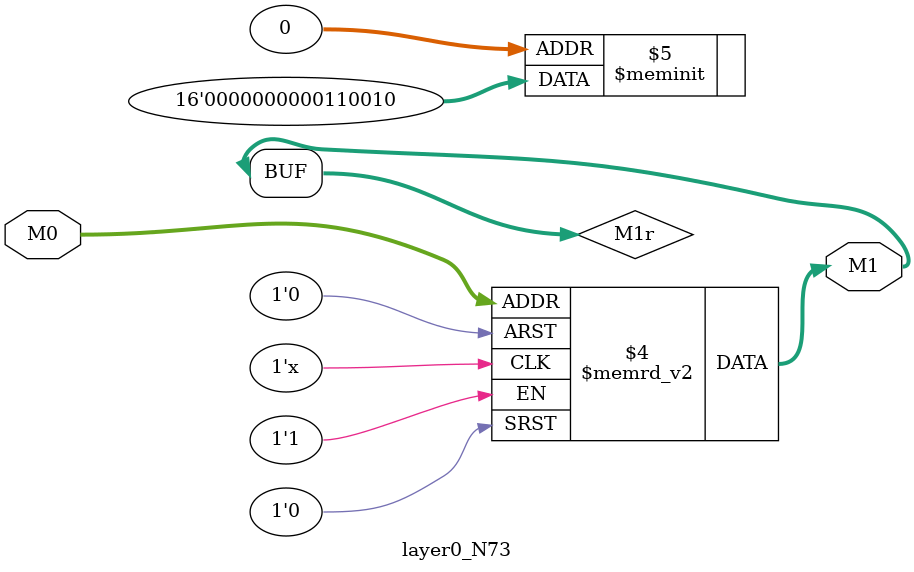
<source format=v>
module layer0_N73 ( input [2:0] M0, output [1:0] M1 );

	(*rom_style = "distributed" *) reg [1:0] M1r;
	assign M1 = M1r;
	always @ (M0) begin
		case (M0)
			3'b000: M1r = 2'b10;
			3'b100: M1r = 2'b00;
			3'b010: M1r = 2'b11;
			3'b110: M1r = 2'b00;
			3'b001: M1r = 2'b00;
			3'b101: M1r = 2'b00;
			3'b011: M1r = 2'b00;
			3'b111: M1r = 2'b00;

		endcase
	end
endmodule

</source>
